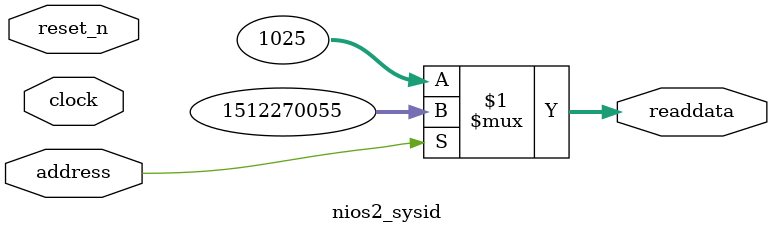
<source format=v>



// synthesis translate_off
`timescale 1ns / 1ps
// synthesis translate_on

// turn off superfluous verilog processor warnings 
// altera message_level Level1 
// altera message_off 10034 10035 10036 10037 10230 10240 10030 

module nios2_sysid (
               // inputs:
                address,
                clock,
                reset_n,

               // outputs:
                readdata
             )
;

  output  [ 31: 0] readdata;
  input            address;
  input            clock;
  input            reset_n;

  wire    [ 31: 0] readdata;
  //control_slave, which is an e_avalon_slave
  assign readdata = address ? 1512270055 : 1025;

endmodule




</source>
